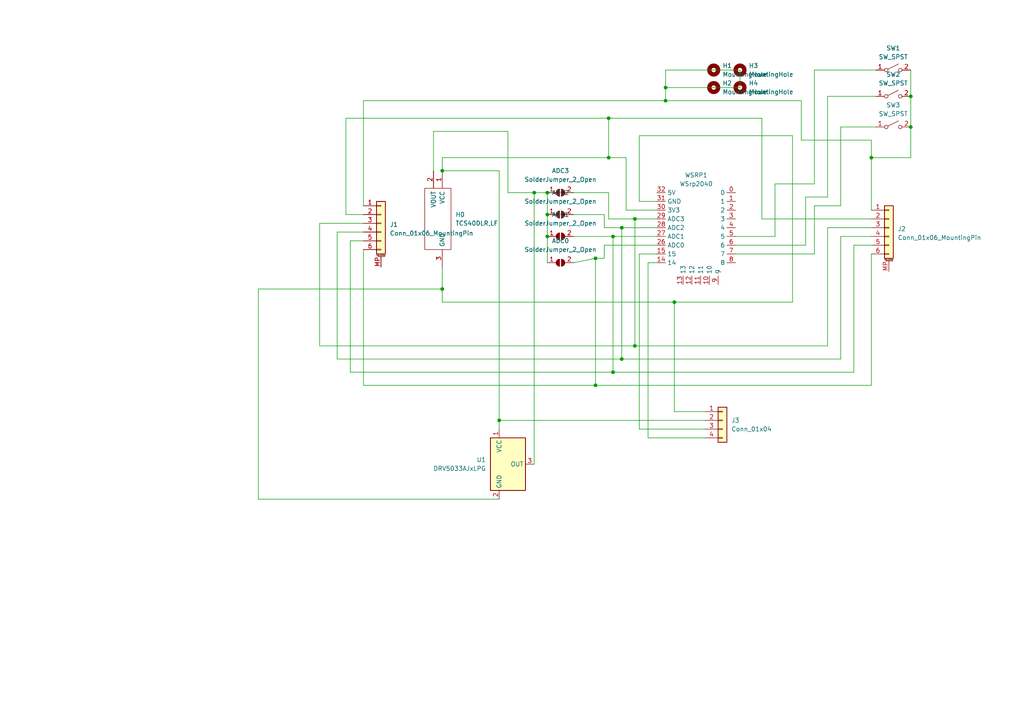
<source format=kicad_sch>
(kicad_sch (version 20211123) (generator eeschema)
  (paper "A4")
  (lib_symbols
    (symbol "00TURFPTAx:WSrp2040"
      (property "Reference" "WSRP" (at 0 0 0))
      (property "Value" "WSrp2040" (at 0 0 0))
      (symbol "WSrp2040_1_1"
        (pin passive line (at 16.51 -2.54 180) (length 2.54) (name "0") (number "0"))
        (pin passive line (at 16.51 -5.08 180) (length 2.54) (name "1") (number "1"))
        (pin passive line (at 8.89 -29.21 90) (length 2.54) (name "10") (number "10"))
        (pin passive line (at 6.35 -29.21 90) (length 2.54) (name "11") (number "11"))
        (pin passive line (at 3.81 -29.21 90) (length 2.54) (name "12") (number "12"))
        (pin passive line (at 1.27 -29.21 90) (length 2.54) (name "13") (number "13"))
        (pin passive line (at -6.35 -22.86 0) (length 2.54) (name "14") (number "14"))
        (pin passive line (at -6.35 -20.32 0) (length 2.54) (name "15") (number "15"))
        (pin passive line (at 16.51 -7.62 180) (length 2.54) (name "2") (number "2"))
        (pin passive line (at -6.35 -17.78 0) (length 2.54) (name "ADC0") (number "26"))
        (pin passive line (at -6.35 -15.24 0) (length 2.54) (name "ADC1") (number "27"))
        (pin passive line (at -6.35 -12.7 0) (length 2.54) (name "ADC2") (number "28"))
        (pin passive line (at -6.35 -10.16 0) (length 2.54) (name "ADC3") (number "29"))
        (pin passive line (at 16.51 -10.16 180) (length 2.54) (name "3") (number "3"))
        (pin passive line (at -6.35 -7.62 0) (length 2.54) (name "3V3") (number "30"))
        (pin passive line (at -6.35 -5.08 0) (length 2.54) (name "GND") (number "31"))
        (pin passive line (at -6.35 -2.54 0) (length 2.54) (name "5V") (number "32"))
        (pin passive line (at 16.51 -12.7 180) (length 2.54) (name "4") (number "4"))
        (pin passive line (at 16.51 -15.24 180) (length 2.54) (name "5") (number "5"))
        (pin passive line (at 16.51 -17.78 180) (length 2.54) (name "6") (number "6"))
        (pin passive line (at 16.51 -20.32 180) (length 2.54) (name "7") (number "7"))
        (pin passive line (at 16.51 -22.86 180) (length 2.54) (name "8") (number "8"))
        (pin passive line (at 11.43 -29.21 90) (length 2.54) (name "9") (number "9"))
      )
    )
    (symbol "Connector_Generic:Conn_01x04" (pin_names (offset 1.016) hide)
      (property "Reference" "J" (at 0 5.08 0))
      (property "Value" "Conn_01x04" (at 0 -7.62 0))
      (symbol "Conn_01x04_1_1"
        (rectangle (start -1.27 -4.953) (end 0 -5.207) (stroke (width 0.1524)))
        (rectangle (start -1.27 -2.413) (end 0 -2.667) (stroke (width 0.1524)))
        (rectangle (start -1.27 0.127) (end 0 -0.127) (stroke (width 0.1524)))
        (rectangle (start -1.27 2.667) (end 0 2.413) (stroke (width 0.1524)))
        (rectangle (start -1.27 3.81) (end 1.27 -6.35) (stroke (width 0.254)) (fill (type background)))
        (pin passive line (at -5.08 2.54 0) (length 3.81) (name "Pin_1") (number "1"))
        (pin passive line (at -5.08 0 0) (length 3.81) (name "Pin_2") (number "2"))
        (pin passive line (at -5.08 -2.54 0) (length 3.81) (name "Pin_3") (number "3"))
        (pin passive line (at -5.08 -5.08 0) (length 3.81) (name "Pin_4") (number "4"))
      )
    )
    (symbol "Connector_Generic_MountingPin:Conn_01x06_MountingPin" (pin_names (offset 1.016) hide)
      (property "Reference" "J" (at 0 7.62 0))
      (property "Value" "Conn_01x06_MountingPin" (at 1.27 -10.16 0))
      (symbol "Conn_01x06_MountingPin_1_1"
        (rectangle (start -1.27 -7.493) (end 0 -7.747) (stroke (width 0.1524)))
        (rectangle (start -1.27 -4.953) (end 0 -5.207) (stroke (width 0.1524)))
        (rectangle (start -1.27 -2.413) (end 0 -2.667) (stroke (width 0.1524)))
        (rectangle (start -1.27 0.127) (end 0 -0.127) (stroke (width 0.1524)))
        (rectangle (start -1.27 2.667) (end 0 2.413) (stroke (width 0.1524)))
        (rectangle (start -1.27 5.207) (end 0 4.953) (stroke (width 0.1524)))
        (rectangle (start -1.27 6.35) (end 1.27 -8.89) (stroke (width 0.254)) (fill (type background)))
        (polyline (pts (xy -1.016 -9.652) (xy 1.016 -9.652)) (stroke (width 0.1524)))
        (text "Mounting" (at 0 -9.271 0) (effects (font (size 0.381 0.381))))
        (pin passive line (at -5.08 5.08 0) (length 3.81) (name "Pin_1") (number "1"))
        (pin passive line (at -5.08 2.54 0) (length 3.81) (name "Pin_2") (number "2"))
        (pin passive line (at -5.08 0 0) (length 3.81) (name "Pin_3") (number "3"))
        (pin passive line (at -5.08 -2.54 0) (length 3.81) (name "Pin_4") (number "4"))
        (pin passive line (at -5.08 -5.08 0) (length 3.81) (name "Pin_5") (number "5"))
        (pin passive line (at -5.08 -7.62 0) (length 3.81) (name "Pin_6") (number "6"))
        (pin passive line (at 0 -12.7 90) (length 3.048) (name "MountPin") (number "MP"))
      )
    )
    (symbol "Jumper:SolderJumper_2_Open" (pin_names (offset 0) hide)
      (property "Reference" "JP" (at 0 2.032 0))
      (property "Value" "SolderJumper_2_Open" (at 0 -2.54 0))
      (symbol "SolderJumper_2_Open_0_1"
        (arc (start -0.254 1.016) (mid -1.27 0) (end -0.254 -1.016))
        (arc (start -0.254 1.016) (mid -1.27 0) (end -0.254 -1.016) (fill (type outline)))
        (polyline (pts (xy -0.254 1.016) (xy -0.254 -1.016)))
        (polyline (pts (xy 0.254 1.016) (xy 0.254 -1.016)))
        (arc (start 0.254 -1.016) (mid 1.27 0) (end 0.254 1.016))
        (arc (start 0.254 -1.016) (mid 1.27 0) (end 0.254 1.016) (fill (type outline)))
      )
      (symbol "SolderJumper_2_Open_1_1"
        (pin passive line (at -3.81 0 0) (length 2.54) (name "A") (number "1"))
        (pin passive line (at 3.81 0 180) (length 2.54) (name "B") (number "2"))
      )
    )
    (symbol "Mechanical:MountingHole" (pin_names (offset 1.016))
      (property "Reference" "H" (at 0 5.08 0))
      (property "Value" "MountingHole" (at 0 3.175 0))
      (symbol "MountingHole_0_1"
        (circle (center 0 0) (radius 1.27) (stroke (width 1.27)))
      )
    )
    (symbol "Sensor_Magnetic:DRV5033AJxLPG"
      (property "Reference" "U" (at 5.08 12.7 0))
      (property "Value" "DRV5033AJxLPG" (at 7.62 10.16 0))
      (symbol "DRV5033AJxLPG_1_1"
        (rectangle (start -5.08 7.62) (end 5.08 -7.62) (stroke (width 0.254)) (fill (type background)))
        (pin power_in line (at -2.54 10.16 270) (length 2.54) (name "VCC") (number "1"))
        (pin power_in line (at -2.54 -10.16 90) (length 2.54) (name "GND") (number "2"))
        (pin output line (at 7.62 0 180) (length 2.54) (name "OUT") (number "3"))
      )
    )
    (symbol "Switch:SW_SPST" (pin_names (offset 0) hide)
      (property "Reference" "SW" (at 0 3.175 0))
      (property "Value" "SW_SPST" (at 0 -2.54 0))
      (symbol "SW_SPST_0_0"
        (circle (center -2.032 0) (radius 0.508))
        (polyline (pts (xy -1.524 0.254) (xy 1.524 1.778)))
        (circle (center 2.032 0) (radius 0.508))
      )
      (symbol "SW_SPST_1_1"
        (pin passive line (at -5.08 0 0) (length 2.54) (name "A") (number "1"))
        (pin passive line (at 5.08 0 180) (length 2.54) (name "B") (number "2"))
      )
    )
    (symbol "TCS40DLR_LF:TCS40DLR,LF" (pin_names (offset 0.762))
      (property "Reference" "IC" (at 24.13 7.62 0))
      (property "Value" "TCS40DLR,LF" (at 24.13 5.08 0))
      (symbol "TCS40DLR,LF_0_0"
        (pin passive line (at 0 0 0) (length 5.08) (name "VCC") (number "1"))
        (pin passive line (at 0 -2.54 0) (length 5.08) (name "VOUT") (number "2"))
        (pin passive line (at 27.94 0 180) (length 5.08) (name "GND") (number "3"))
      )
      (symbol "TCS40DLR,LF_0_1"
        (polyline (pts (xy 5.08 2.54) (xy 22.86 2.54) (xy 22.86 -5.08) (xy 5.08 -5.08) (xy 5.08 2.54)) (stroke (width 0.1524)))
      )
    )
  )
  (junction (at 128.27 49.53))
  (junction (at 252.73 45.72))
  (junction (at 193.04 29.21))
  (junction (at 193.04 25.4))
  (junction (at 184.15 100.33))
  (junction (at 154.94 55.88))
  (junction (at 144.78 121.92))
  (junction (at 264.16 36.83))
  (junction (at 177.8 68.58))
  (junction (at 180.34 104.14))
  (junction (at 184.15 63.5))
  (junction (at 176.53 34.29))
  (junction (at 264.16 27.94))
  (junction (at 172.72 74.93))
  (junction (at 177.8 107.95))
  (junction (at 158.75 62.23))
  (junction (at 195.58 87.63))
  (junction (at 158.75 55.88))
  (junction (at 176.53 45.72))
  (junction (at 180.34 66.04))
  (junction (at 172.72 111.76))
  (junction (at 158.75 68.58))
  (junction (at 128.27 83.82))
  (wire (pts (xy 229.87 39.37) (xy 185.42 39.37)))
  (wire (pts (xy 252.73 60.96) (xy 252.73 45.72)))
  (wire (pts (xy 105.41 59.69) (xy 105.41 29.21)))
  (wire (pts (xy 144.78 144.78) (xy 74.93 144.78)))
  (wire (pts (xy 154.94 55.88) (xy 154.94 134.62)))
  (wire (pts (xy 97.79 67.31) (xy 97.79 104.14)))
  (wire (pts (xy 264.16 27.94) (xy 264.16 36.83)))
  (wire (pts (xy 247.65 71.12) (xy 247.65 107.95)))
  (wire (pts (xy 144.78 121.92) (xy 144.78 49.53)))
  (wire (pts (xy 128.27 83.82) (xy 128.27 87.63)))
  (wire (pts (xy 220.98 63.5) (xy 220.98 34.29)))
  (wire (pts (xy 243.84 68.58) (xy 252.73 68.58)))
  (wire (pts (xy 240.03 66.04) (xy 240.03 100.33)))
  (wire (pts (xy 166.37 62.23) (xy 175.26 62.23)))
  (wire (pts (xy 144.78 124.46) (xy 144.78 121.92)))
  (wire (pts (xy 158.75 55.88) (xy 158.75 62.23)))
  (wire (pts (xy 128.27 87.63) (xy 195.58 87.63)))
  (wire (pts (xy 158.75 62.23) (xy 158.75 68.58)))
  (wire (pts (xy 180.34 66.04) (xy 180.34 104.14)))
  (wire (pts (xy 172.72 74.93) (xy 175.26 74.93)))
  (wire (pts (xy 193.04 20.32) (xy 193.04 25.4)))
  (wire (pts (xy 252.73 66.04) (xy 240.03 66.04)))
  (wire (pts (xy 176.53 45.72) (xy 181.61 45.72)))
  (wire (pts (xy 128.27 45.72) (xy 176.53 45.72)))
  (wire (pts (xy 185.42 39.37) (xy 185.42 58.42)))
  (wire (pts (xy 229.87 39.37) (xy 229.87 87.63)))
  (wire (pts (xy 240.03 27.94) (xy 240.03 57.15)))
  (wire (pts (xy 214.63 20.32) (xy 214.63 25.4)))
  (wire (pts (xy 128.27 49.53) (xy 128.27 45.72)))
  (wire (pts (xy 252.73 40.64) (xy 232.41 40.64)))
  (wire (pts (xy 236.22 73.66) (xy 213.36 73.66)))
  (wire (pts (xy 252.73 63.5) (xy 220.98 63.5)))
  (wire (pts (xy 243.84 59.69) (xy 236.22 59.69)))
  (wire (pts (xy 193.04 20.32) (xy 214.63 20.32)))
  (wire (pts (xy 187.96 127) (xy 204.47 127)))
  (wire (pts (xy 184.15 63.5) (xy 184.15 100.33)))
  (wire (pts (xy 240.03 100.33) (xy 184.15 100.33)))
  (wire (pts (xy 144.78 121.92) (xy 204.47 121.92)))
  (wire (pts (xy 128.27 49.53) (xy 144.78 49.53)))
  (wire (pts (xy 252.73 45.72) (xy 252.73 40.64)))
  (wire (pts (xy 254 20.32) (xy 236.22 20.32)))
  (wire (pts (xy 177.8 68.58) (xy 177.8 107.95)))
  (wire (pts (xy 166.37 76.2) (xy 172.72 74.93)))
  (wire (pts (xy 264.16 36.83) (xy 264.16 45.72)))
  (wire (pts (xy 254 36.83) (xy 243.84 36.83)))
  (wire (pts (xy 147.32 55.88) (xy 154.94 55.88)))
  (wire (pts (xy 181.61 60.96) (xy 190.5 60.96)))
  (wire (pts (xy 184.15 63.5) (xy 190.5 63.5)))
  (wire (pts (xy 105.41 62.23) (xy 100.33 62.23)))
  (wire (pts (xy 236.22 20.32) (xy 236.22 53.34)))
  (wire (pts (xy 147.32 38.1) (xy 147.32 55.88)))
  (wire (pts (xy 195.58 87.63) (xy 229.87 87.63)))
  (wire (pts (xy 158.75 68.58) (xy 158.75 76.2)))
  (wire (pts (xy 185.42 124.46) (xy 204.47 124.46)))
  (wire (pts (xy 97.79 104.14) (xy 180.34 104.14)))
  (wire (pts (xy 175.26 74.93) (xy 175.26 71.12)))
  (wire (pts (xy 187.96 76.2) (xy 187.96 127)))
  (wire (pts (xy 154.94 55.88) (xy 158.75 55.88)))
  (wire (pts (xy 175.26 66.04) (xy 180.34 66.04)))
  (wire (pts (xy 220.98 34.29) (xy 176.53 34.29)))
  (wire (pts (xy 247.65 107.95) (xy 177.8 107.95)))
  (wire (pts (xy 193.04 29.21) (xy 232.41 29.21)))
  (wire (pts (xy 100.33 62.23) (xy 100.33 34.29)))
  (wire (pts (xy 181.61 45.72) (xy 181.61 60.96)))
  (wire (pts (xy 105.41 67.31) (xy 97.79 67.31)))
  (wire (pts (xy 233.68 57.15) (xy 233.68 71.12)))
  (wire (pts (xy 177.8 68.58) (xy 190.5 68.58)))
  (wire (pts (xy 236.22 59.69) (xy 236.22 73.66)))
  (wire (pts (xy 254 27.94) (xy 240.03 27.94)))
  (wire (pts (xy 177.8 107.95) (xy 101.6 107.95)))
  (wire (pts (xy 252.73 71.12) (xy 247.65 71.12)))
  (wire (pts (xy 252.73 111.76) (xy 172.72 111.76)))
  (wire (pts (xy 176.53 34.29) (xy 176.53 45.72)))
  (wire (pts (xy 176.53 63.5) (xy 184.15 63.5)))
  (wire (pts (xy 190.5 76.2) (xy 187.96 76.2)))
  (wire (pts (xy 166.37 55.88) (xy 176.53 55.88)))
  (wire (pts (xy 224.79 53.34) (xy 224.79 68.58)))
  (wire (pts (xy 125.73 38.1) (xy 147.32 38.1)))
  (wire (pts (xy 190.5 73.66) (xy 185.42 73.66)))
  (wire (pts (xy 172.72 111.76) (xy 105.41 111.76)))
  (wire (pts (xy 100.33 34.29) (xy 176.53 34.29)))
  (wire (pts (xy 74.93 144.78) (xy 74.93 83.82)))
  (wire (pts (xy 214.63 25.4) (xy 193.04 25.4)))
  (wire (pts (xy 166.37 68.58) (xy 177.8 68.58)))
  (wire (pts (xy 101.6 69.85) (xy 105.41 69.85)))
  (wire (pts (xy 195.58 119.38) (xy 204.47 119.38)))
  (wire (pts (xy 185.42 58.42) (xy 190.5 58.42)))
  (wire (pts (xy 185.42 73.66) (xy 185.42 124.46)))
  (wire (pts (xy 232.41 29.21) (xy 232.41 40.64)))
  (wire (pts (xy 193.04 25.4) (xy 193.04 29.21)))
  (wire (pts (xy 240.03 57.15) (xy 233.68 57.15)))
  (wire (pts (xy 180.34 104.14) (xy 243.84 104.14)))
  (wire (pts (xy 180.34 66.04) (xy 190.5 66.04)))
  (wire (pts (xy 172.72 74.93) (xy 172.72 111.76)))
  (wire (pts (xy 213.36 68.58) (xy 224.79 68.58)))
  (wire (pts (xy 233.68 71.12) (xy 213.36 71.12)))
  (wire (pts (xy 105.41 111.76) (xy 105.41 72.39)))
  (wire (pts (xy 105.41 29.21) (xy 193.04 29.21)))
  (wire (pts (xy 243.84 104.14) (xy 243.84 68.58)))
  (wire (pts (xy 175.26 62.23) (xy 175.26 66.04)))
  (wire (pts (xy 128.27 77.47) (xy 128.27 83.82)))
  (wire (pts (xy 92.71 100.33) (xy 92.71 64.77)))
  (wire (pts (xy 252.73 73.66) (xy 252.73 111.76)))
  (wire (pts (xy 176.53 55.88) (xy 176.53 63.5)))
  (wire (pts (xy 264.16 20.32) (xy 264.16 27.94)))
  (wire (pts (xy 92.71 64.77) (xy 105.41 64.77)))
  (wire (pts (xy 101.6 107.95) (xy 101.6 69.85)))
  (wire (pts (xy 125.73 49.53) (xy 125.73 38.1)))
  (wire (pts (xy 184.15 100.33) (xy 92.71 100.33)))
  (wire (pts (xy 175.26 71.12) (xy 190.5 71.12)))
  (wire (pts (xy 74.93 83.82) (xy 128.27 83.82)))
  (wire (pts (xy 236.22 53.34) (xy 224.79 53.34)))
  (wire (pts (xy 243.84 36.83) (xy 243.84 59.69)))
  (wire (pts (xy 195.58 87.63) (xy 195.58 119.38)))
  (wire (pts (xy 252.73 45.72) (xy 264.16 45.72)))
  (symbol (lib_id "Connector_Generic_MountingPin:Conn_01x06_MountingPin") (at 257.81 66.04 0) (unit 1)
    (property "Reference" "J2" (at 260.35 66.3955 0) (effects (justify left)))
    (property "Value" "Conn_01x06_MountingPin" (at 260.35 68.9355 0) (effects (justify left)))
    (property "Footprint" "Connector_PinHeader_2.54mm:PinHeader_1x06_P2.54mm_Vertical" (effects hide))
  )
  (symbol (lib_id "Jumper:SolderJumper_2_Open") (at 162.56 76.2 0) (unit 1)
    (property "Reference" "ADC0" (at 162.56 69.85 0))
    (property "Value" "SolderJumper_2_Open" (at 162.56 72.39 0))
    (property "Footprint" "Jumper:SolderJumper-2_P1.3mm_Open_TrianglePad1.0x1.5mm" (effects hide))
  )
  (symbol (lib_id "Jumper:SolderJumper_2_Open") (at 162.56 55.88 0) (unit 1)
    (property "Reference" "ADC3" (at 162.56 49.53 0))
    (property "Value" "SolderJumper_2_Open" (at 162.56 52.07 0))
    (property "Footprint" "Jumper:SolderJumper-2_P1.3mm_Open_TrianglePad1.0x1.5mm" (effects hide))
  )
  (symbol (lib_id "Mechanical:MountingHole") (at 207.01 25.4 0) (unit 1)
    (property "Reference" "H2" (at 209.55 24.1299 0) (effects (justify left)))
    (property "Value" "MountingHole" (at 209.55 26.6699 0) (effects (justify left)))
    (property "Footprint" "MountingHole:MountingHole_2.2mm_M2_DIN965_Pad" (effects hide))
  )
  (symbol (lib_id "Jumper:SolderJumper_2_Open") (at 162.56 68.58 0) (unit 1)
    (property "Reference" "ADC1" (at 162.56 62.23 0))
    (property "Value" "SolderJumper_2_Open" (at 162.56 64.77 0))
    (property "Footprint" "Jumper:SolderJumper-2_P1.3mm_Open_TrianglePad1.0x1.5mm" (effects hide))
  )
  (symbol (lib_id "Switch:SW_SPST") (at 259.08 36.83 0) (unit 1)
    (property "Reference" "SW3" (at 259.08 30.48 0))
    (property "Value" "SW_SPST" (at 259.08 33.02 0))
    (property "Footprint" "Button_Switch_THT:SW_PUSH_6mm" (effects hide))
  )
  (symbol (lib_id "Switch:SW_SPST") (at 259.08 20.32 0) (unit 1)
    (property "Reference" "SW1" (at 259.08 13.97 0))
    (property "Value" "SW_SPST" (at 259.08 16.51 0))
    (property "Footprint" "Button_Switch_THT:SW_PUSH_6mm" (effects hide))
  )
  (symbol (lib_id "Switch:SW_SPST") (at 259.08 27.94 0) (unit 1)
    (property "Reference" "SW2" (at 259.08 21.59 0))
    (property "Value" "SW_SPST" (at 259.08 24.13 0))
    (property "Footprint" "Button_Switch_THT:SW_PUSH_6mm" (effects hide))
  )
  (symbol (lib_id "Mechanical:MountingHole") (at 214.63 25.4 0) (unit 1)
    (property "Reference" "H4" (at 217.17 24.1299 0) (effects (justify left)))
    (property "Value" "MountingHole" (at 217.17 26.6699 0) (effects (justify left)))
    (property "Footprint" "MountingHole:MountingHole_2.2mm_M2_DIN965_Pad" (effects hide))
  )
  (symbol (lib_id "00TURFPTAx:WSrp2040") (at 196.85 53.34 0) (unit 1)
    (property "Reference" "WSRP1" (at 201.93 50.8 0))
    (property "Value" "WSrp2040" (at 201.93 53.34 0))
    (property "Footprint" "00TTXfootprint:WSRP2040" (effects hide))
  )
  (symbol (lib_id "Jumper:SolderJumper_2_Open") (at 162.56 62.23 0) (unit 1)
    (property "Reference" "ADC2" (at 162.56 55.88 0))
    (property "Value" "SolderJumper_2_Open" (at 162.56 58.42 0))
    (property "Footprint" "Jumper:SolderJumper-2_P1.3mm_Open_TrianglePad1.0x1.5mm" (effects hide))
  )
  (symbol (lib_id "Sensor_Magnetic:DRV5033AJxLPG") (at 147.32 134.62 0) (unit 1)
    (property "Reference" "U1" (at 140.97 133.3499 0) (effects (justify right)))
    (property "Value" "DRV5033AJxLPG" (at 140.97 135.8899 0) (effects (justify right)))
    (property "Footprint" "Package_TO_SOT_THT:TO-92_Inline" (effects hide))
    (property "Datasheet" "https://www.ti.com/lit/ds/symlink/drv5033.pdf" (effects hide))
  )
  (symbol (lib_id "Connector_Generic:Conn_01x04") (at 209.55 121.92 0) (unit 1)
    (property "Reference" "J3" (at 212.09 121.9199 0) (effects (justify left)))
    (property "Value" "Conn_01x04" (at 212.09 124.4599 0) (effects (justify left)))
    (property "Footprint" "Connector_PinHeader_2.54mm:PinHeader_1x04_P2.54mm_Vertical" (effects hide))
  )
  (symbol (lib_id "Mechanical:MountingHole") (at 207.01 20.32 0) (unit 1)
    (property "Reference" "H1" (at 209.55 19.0499 0) (effects (justify left)))
    (property "Value" "MountingHole" (at 209.55 21.5899 0) (effects (justify left)))
    (property "Footprint" "MountingHole:MountingHole_2.2mm_M2_DIN965_Pad" (effects hide))
  )
  (symbol (lib_id "Connector_Generic_MountingPin:Conn_01x06_MountingPin") (at 110.49 64.77 0) (unit 1)
    (property "Reference" "J1" (at 113.03 65.1255 0) (effects (justify left)))
    (property "Value" "Conn_01x06_MountingPin" (at 113.03 67.6655 0) (effects (justify left)))
    (property "Footprint" "Connector_PinHeader_2.54mm:PinHeader_1x06_P2.54mm_Vertical" (effects hide))
  )
  (symbol (lib_id "TCS40DLR_LF:TCS40DLR,LF") (at 128.27 49.53 270) (unit 1)
    (property "Reference" "H0" (at 132.08 62.2299 90) (effects (justify left)))
    (property "Value" "TCS40DLR,LF" (at 132.08 64.7699 90) (effects (justify left)))
    (property "Footprint" "SOTFL95P240X88-3N" (effects hide))
    (property "Datasheet" "http://toshiba.semicon-storage.com/info/docget.jsp?did=30105&prodName=TCS40DLR" (effects hide))
    (property "Description" "Board Mount Hall Effect / Magnetic Sensors Magnetic Sensor Open drain Dual Detection" (effects hide))
    (property "Height" "0.88" (effects hide))
    (property "Manufacturer_Name" "Toshiba" (effects hide))
    (property "Manufacturer_Part_Number" "TCS40DLR,LF" (effects hide))
    (property "Mouser Part Number" "757-TCS40DLRLF" (effects hide))
    (property "Mouser Price/Stock" "https://www.mouser.com/Search/Refine.aspx?Keyword=757-TCS40DLRLF" (effects hide))
    (property "Arrow Part Number" "TCS40DLR,LF" (effects hide))
    (property "Arrow Price/Stock" "https://www.arrow.com/en/products/tcs40dlrlf/toshiba" (effects hide))
  )
  (symbol (lib_id "Mechanical:MountingHole") (at 214.63 20.32 0) (unit 1)
    (property "Reference" "H3" (at 217.17 19.0499 0) (effects (justify left)))
    (property "Value" "MountingHole" (at 217.17 21.5899 0) (effects (justify left)))
    (property "Footprint" "MountingHole:MountingHole_2.2mm_M2_DIN965_Pad" (effects hide))
  )
)
</source>
